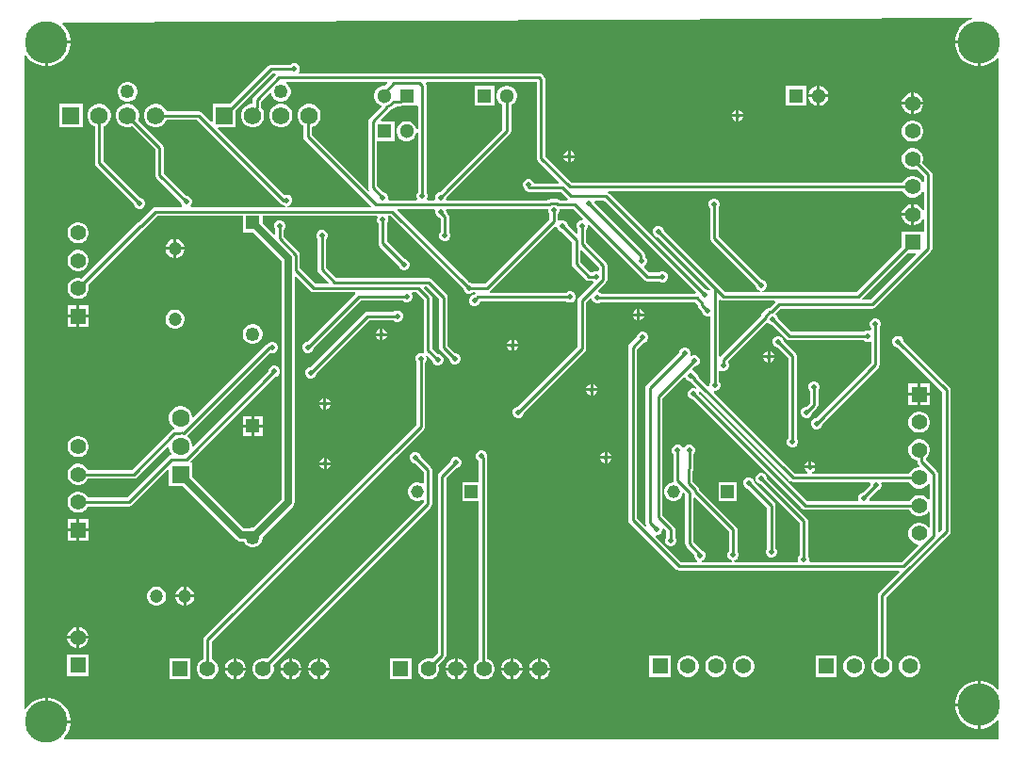
<source format=gbl>
G04*
G04 #@! TF.GenerationSoftware,Altium Limited,Altium Designer,22.1.2 (22)*
G04*
G04 Layer_Physical_Order=2*
G04 Layer_Color=16711680*
%FSLAX25Y25*%
%MOIN*%
G70*
G04*
G04 #@! TF.SameCoordinates,791223F6-2876-430F-897D-041DB45C5482*
G04*
G04*
G04 #@! TF.FilePolarity,Positive*
G04*
G01*
G75*
%ADD14C,0.01000*%
%ADD21C,0.04921*%
%ADD22C,0.06181*%
%ADD23R,0.06181X0.06181*%
%ADD26C,0.05512*%
%ADD27R,0.05512X0.05512*%
%ADD28C,0.05118*%
%ADD29R,0.05118X0.05118*%
%ADD30R,0.04921X0.04921*%
%ADD32R,0.05512X0.05512*%
%ADD40C,0.02500*%
%ADD43R,0.04547X0.04547*%
%ADD44C,0.04547*%
%ADD45C,0.04724*%
%ADD46R,0.06299X0.06299*%
%ADD47C,0.06299*%
%ADD48C,0.15000*%
%ADD49C,0.02000*%
%ADD50C,0.01000*%
G36*
X337004Y257317D02*
X336826Y257281D01*
X335279Y256641D01*
X333887Y255710D01*
X332703Y254526D01*
X331773Y253134D01*
X331132Y251587D01*
X330806Y249945D01*
Y249608D01*
X339306D01*
Y249108D01*
X339806D01*
Y240608D01*
X340143D01*
X341785Y240935D01*
X343332Y241575D01*
X344724Y242506D01*
X345806Y243587D01*
X346306Y243442D01*
Y20274D01*
X345806Y20129D01*
X344724Y21210D01*
X343332Y22141D01*
X341785Y22781D01*
X340143Y23108D01*
X339806D01*
Y14608D01*
Y6108D01*
X340143D01*
X341785Y6435D01*
X343332Y7075D01*
X344724Y8006D01*
X345806Y9087D01*
X346306Y8942D01*
Y2358D01*
X15730D01*
X15538Y2820D01*
X15908Y3190D01*
X16838Y4582D01*
X17479Y6129D01*
X17806Y7771D01*
Y8108D01*
X9306D01*
Y8608D01*
X8806D01*
Y17108D01*
X8468D01*
X6826Y16781D01*
X5279Y16141D01*
X3887Y15210D01*
X2703Y14026D01*
X2056Y13057D01*
X1556Y13209D01*
Y244507D01*
X2056Y244659D01*
X2703Y243690D01*
X3887Y242506D01*
X5279Y241575D01*
X6826Y240935D01*
X8468Y240608D01*
X8806D01*
Y249108D01*
X9306D01*
Y249608D01*
X17806D01*
Y249945D01*
X17479Y251587D01*
X16838Y253134D01*
X15908Y254526D01*
X14998Y255436D01*
X15204Y255938D01*
X336954Y257817D01*
X337004Y257317D01*
D02*
G37*
%LPC*%
G36*
X338806Y248608D02*
X330806D01*
Y248271D01*
X331132Y246629D01*
X331773Y245082D01*
X332703Y243690D01*
X333887Y242506D01*
X335279Y241575D01*
X336826Y240935D01*
X338468Y240608D01*
X338806D01*
Y248608D01*
D02*
G37*
G36*
X17806D02*
X9806D01*
Y240608D01*
X10143D01*
X11785Y240935D01*
X13332Y241575D01*
X14724Y242506D01*
X15908Y243690D01*
X16838Y245082D01*
X17479Y246629D01*
X17806Y248271D01*
Y248608D01*
D02*
G37*
G36*
X282989Y233659D02*
Y230608D01*
X286039D01*
X285805Y231482D01*
X285337Y232293D01*
X284674Y232956D01*
X283862Y233424D01*
X282989Y233659D01*
D02*
G37*
G36*
X281989D02*
X281115Y233424D01*
X280303Y232956D01*
X279641Y232293D01*
X279172Y231482D01*
X278938Y230608D01*
X281989D01*
Y233659D01*
D02*
G37*
G36*
X38478Y235073D02*
X37567D01*
X36687Y234837D01*
X35898Y234381D01*
X35254Y233737D01*
X34798Y232948D01*
X34562Y232068D01*
Y231156D01*
X34798Y230276D01*
X35254Y229487D01*
X35898Y228843D01*
X36687Y228387D01*
X37567Y228151D01*
X38478D01*
X39359Y228387D01*
X40148Y228843D01*
X40792Y229487D01*
X41248Y230276D01*
X41484Y231156D01*
Y232068D01*
X41248Y232948D01*
X40792Y233737D01*
X40148Y234381D01*
X39359Y234837D01*
X38478Y235073D01*
D02*
G37*
G36*
X316306Y231209D02*
Y227954D01*
X319560D01*
X319305Y228904D01*
X318811Y229761D01*
X318112Y230460D01*
X317255Y230954D01*
X316306Y231209D01*
D02*
G37*
G36*
X315306D02*
X314356Y230954D01*
X313499Y230460D01*
X312800Y229761D01*
X312306Y228904D01*
X312051Y227954D01*
X315306D01*
Y231209D01*
D02*
G37*
G36*
X286039Y229608D02*
X282989D01*
Y226557D01*
X283862Y226792D01*
X284674Y227260D01*
X285337Y227923D01*
X285805Y228734D01*
X286039Y229608D01*
D02*
G37*
G36*
X281989D02*
X278938D01*
X279172Y228734D01*
X279641Y227923D01*
X280303Y227260D01*
X281115Y226792D01*
X281989Y226557D01*
Y229608D01*
D02*
G37*
G36*
X278174Y233667D02*
X271056D01*
Y226549D01*
X278174D01*
Y233667D01*
D02*
G37*
G36*
X319560Y226954D02*
X316306D01*
Y223700D01*
X317255Y223955D01*
X318112Y224449D01*
X318811Y225148D01*
X319305Y226005D01*
X319560Y226954D01*
D02*
G37*
G36*
X315306D02*
X312051D01*
X312306Y226005D01*
X312800Y225148D01*
X313499Y224449D01*
X314356Y223955D01*
X315306Y223700D01*
Y226954D01*
D02*
G37*
G36*
X254306Y225066D02*
Y223608D01*
X255763D01*
X255501Y224241D01*
X254939Y224803D01*
X254306Y225066D01*
D02*
G37*
G36*
X253306D02*
X252673Y224803D01*
X252110Y224241D01*
X251848Y223608D01*
X253306D01*
Y225066D01*
D02*
G37*
G36*
X255763Y222608D02*
X254306D01*
Y221150D01*
X254939Y221412D01*
X255501Y221975D01*
X255763Y222608D01*
D02*
G37*
G36*
X253306D02*
X251848D01*
X252110Y221975D01*
X252673Y221412D01*
X253306Y221150D01*
Y222608D01*
D02*
G37*
G36*
X97464Y241655D02*
X96668D01*
X95933Y241351D01*
X95767Y241185D01*
X88853D01*
X88267Y241068D01*
X87771Y240737D01*
X74233Y227199D01*
X68215D01*
Y221015D01*
X67753Y220823D01*
X64387Y224189D01*
X63891Y224521D01*
X63305Y224637D01*
X51848D01*
X51835Y224687D01*
X51296Y225620D01*
X50535Y226381D01*
X49602Y226920D01*
X48561Y227199D01*
X47484D01*
X46444Y226920D01*
X45511Y226381D01*
X44750Y225620D01*
X44211Y224687D01*
X43932Y223646D01*
Y222569D01*
X44211Y221529D01*
X44750Y220596D01*
X45511Y219835D01*
X46444Y219296D01*
X47484Y219018D01*
X48561D01*
X49602Y219296D01*
X50535Y219835D01*
X51296Y220596D01*
X51835Y221529D01*
X51848Y221579D01*
X62672D01*
X92168Y192083D01*
X92664Y191751D01*
X92946Y191695D01*
X93173Y191469D01*
X93908Y191164D01*
X93837Y190694D01*
X60427D01*
X60220Y191194D01*
X60501Y191475D01*
X60806Y192210D01*
Y193006D01*
X60501Y193741D01*
X59939Y194304D01*
X59203Y194608D01*
X58968D01*
X50835Y202742D01*
Y211825D01*
X50718Y212411D01*
X50387Y212907D01*
X41809Y221485D01*
X41835Y221529D01*
X42113Y222569D01*
Y223646D01*
X41835Y224687D01*
X41296Y225620D01*
X40535Y226381D01*
X39602Y226920D01*
X38561Y227199D01*
X37484D01*
X36444Y226920D01*
X35511Y226381D01*
X34750Y225620D01*
X34211Y224687D01*
X33932Y223646D01*
Y222569D01*
X34211Y221529D01*
X34750Y220596D01*
X35511Y219835D01*
X36444Y219296D01*
X37484Y219018D01*
X38561D01*
X39602Y219296D01*
X39646Y219322D01*
X47776Y211192D01*
Y202108D01*
X47893Y201523D01*
X48224Y201027D01*
X56806Y192445D01*
Y192210D01*
X57110Y191475D01*
X57391Y191194D01*
X57184Y190694D01*
X47948D01*
X47362Y190577D01*
X46866Y190246D01*
X42149Y185528D01*
X42112Y185521D01*
X41616Y185189D01*
X21938Y165512D01*
X21072Y165744D01*
X20083D01*
X19128Y165488D01*
X18271Y164993D01*
X17572Y164294D01*
X17077Y163438D01*
X16821Y162482D01*
Y161493D01*
X17077Y160538D01*
X17572Y159682D01*
X18271Y158982D01*
X19128Y158488D01*
X20083Y158232D01*
X21072D01*
X22027Y158488D01*
X22883Y158982D01*
X23583Y159682D01*
X24077Y160538D01*
X24333Y161493D01*
Y162482D01*
X24101Y163349D01*
X43440Y182688D01*
X43477Y182695D01*
X43973Y183027D01*
X48581Y187635D01*
X78845D01*
Y181743D01*
X82522D01*
X92511Y171754D01*
Y87280D01*
X82522Y77291D01*
X81850D01*
X80970Y77055D01*
X80637Y76863D01*
X79295D01*
X60955Y95203D01*
Y100258D01*
X60582D01*
X60375Y100758D01*
X90161Y130544D01*
X90396D01*
X91131Y130848D01*
X91694Y131411D01*
X91998Y132146D01*
Y132941D01*
X91694Y133677D01*
X91131Y134239D01*
X90396Y134544D01*
X89600D01*
X88865Y134239D01*
X88303Y133677D01*
X87998Y132941D01*
Y132707D01*
X61417Y106125D01*
X60955Y106317D01*
Y106654D01*
X60672Y107710D01*
X60126Y108656D01*
X59465Y109317D01*
X59390Y109768D01*
X59412Y109972D01*
X88636Y139196D01*
X88908Y139084D01*
X89703D01*
X90438Y139388D01*
X91001Y139951D01*
X91306Y140686D01*
Y141481D01*
X91001Y142217D01*
X90438Y142779D01*
X89703Y143084D01*
X88908D01*
X88173Y142779D01*
X87919Y142525D01*
X87776Y142497D01*
X87279Y142165D01*
X61417Y116303D01*
X60955Y116494D01*
Y116654D01*
X60672Y117710D01*
X60126Y118656D01*
X59354Y119429D01*
X58407Y119975D01*
X57352Y120258D01*
X56259D01*
X55204Y119975D01*
X54258Y119429D01*
X53485Y118656D01*
X52939Y117710D01*
X52656Y116654D01*
Y115562D01*
X52939Y114506D01*
X53485Y113560D01*
X54258Y112787D01*
X54559Y112613D01*
X54472Y112086D01*
X54145Y112021D01*
X53649Y111689D01*
X39661Y97702D01*
X24031D01*
X23583Y98479D01*
X22883Y99178D01*
X22027Y99673D01*
X21072Y99929D01*
X20083D01*
X19128Y99673D01*
X18271Y99178D01*
X17572Y98479D01*
X17077Y97623D01*
X16821Y96667D01*
Y95678D01*
X17077Y94723D01*
X17572Y93867D01*
X18271Y93167D01*
X19128Y92673D01*
X20083Y92417D01*
X21072D01*
X22027Y92673D01*
X22883Y93167D01*
X23583Y93867D01*
X24031Y94643D01*
X40295D01*
X40880Y94760D01*
X41376Y95091D01*
X52194Y105909D01*
X52656Y105718D01*
Y105562D01*
X52939Y104506D01*
X53485Y103560D01*
X53579Y103466D01*
X53414Y102924D01*
X53150Y102871D01*
X52654Y102540D01*
X37974Y87860D01*
X24031D01*
X23583Y88636D01*
X22883Y89336D01*
X22027Y89830D01*
X21072Y90086D01*
X20083D01*
X19128Y89830D01*
X18271Y89336D01*
X17572Y88636D01*
X17077Y87780D01*
X16821Y86825D01*
Y85836D01*
X17077Y84881D01*
X17572Y84024D01*
X18271Y83325D01*
X19128Y82830D01*
X20083Y82574D01*
X21072D01*
X22027Y82830D01*
X22883Y83325D01*
X23583Y84024D01*
X24031Y84801D01*
X38607D01*
X39193Y84917D01*
X39689Y85249D01*
X52194Y97754D01*
X52656Y97563D01*
Y91958D01*
X57711D01*
X76723Y72946D01*
X77467Y72449D01*
X78345Y72275D01*
X79208D01*
X79536Y71705D01*
X80181Y71061D01*
X80970Y70605D01*
X81850Y70370D01*
X82761D01*
X83641Y70605D01*
X84430Y71061D01*
X85075Y71705D01*
X85530Y72495D01*
X85766Y73375D01*
Y74047D01*
X96428Y84708D01*
X96925Y85452D01*
X97100Y86330D01*
Y165998D01*
X97562Y166189D01*
X102724Y161027D01*
X103220Y160695D01*
X103806Y160579D01*
X118453D01*
X118501Y160516D01*
X118638Y160079D01*
X101643Y143084D01*
X101408D01*
X100673Y142779D01*
X100110Y142217D01*
X99806Y141481D01*
Y140686D01*
X100110Y139951D01*
X100673Y139388D01*
X101408Y139084D01*
X102203D01*
X102938Y139388D01*
X103501Y139951D01*
X103806Y140686D01*
Y140921D01*
X120463Y157579D01*
X135506D01*
X135673Y157413D01*
X136408Y157108D01*
X137203D01*
X137938Y157413D01*
X138501Y157975D01*
X138806Y158710D01*
Y159506D01*
X138568Y160079D01*
X138817Y160579D01*
X140172D01*
X142776Y157975D01*
Y140108D01*
X142893Y139523D01*
X143040Y139303D01*
X142708Y138899D01*
X142203Y139108D01*
X141408D01*
X140673Y138804D01*
X140110Y138241D01*
X139806Y137506D01*
Y136710D01*
X140110Y135975D01*
X140276Y135809D01*
Y113742D01*
X65224Y38689D01*
X64893Y38193D01*
X64776Y37608D01*
Y30752D01*
X64079Y30350D01*
X63380Y29650D01*
X62885Y28794D01*
X62629Y27839D01*
Y26850D01*
X62885Y25894D01*
X63380Y25038D01*
X64079Y24339D01*
X64936Y23844D01*
X65891Y23588D01*
X66880D01*
X67835Y23844D01*
X68691Y24339D01*
X69391Y25038D01*
X69885Y25894D01*
X70141Y26850D01*
Y27839D01*
X69885Y28794D01*
X69391Y29650D01*
X68691Y30350D01*
X67835Y30844D01*
X67835Y30844D01*
Y36974D01*
X142887Y112027D01*
X143219Y112523D01*
X143335Y113108D01*
Y135809D01*
X143501Y135975D01*
X143806Y136710D01*
Y137506D01*
X143641Y137902D01*
X144065Y138185D01*
X145806Y136445D01*
Y136210D01*
X146110Y135475D01*
X146673Y134913D01*
X147408Y134608D01*
X148203D01*
X148939Y134913D01*
X149501Y135475D01*
X149806Y136210D01*
Y137006D01*
X149501Y137741D01*
X148939Y138303D01*
X148203Y138608D01*
X147968D01*
X145835Y140742D01*
Y158608D01*
X145719Y159193D01*
X145387Y159689D01*
X142960Y162117D01*
X143151Y162579D01*
X143915D01*
X148276Y158217D01*
Y141108D01*
X148393Y140523D01*
X148724Y140027D01*
X151806Y136945D01*
Y136710D01*
X152110Y135975D01*
X152673Y135413D01*
X153408Y135108D01*
X154203D01*
X154938Y135413D01*
X155501Y135975D01*
X155806Y136710D01*
Y137506D01*
X155501Y138241D01*
X154938Y138804D01*
X154203Y139108D01*
X153969D01*
X151335Y141742D01*
Y158851D01*
X151218Y159436D01*
X150887Y159932D01*
X145630Y165189D01*
X145133Y165521D01*
X144548Y165637D01*
X111939D01*
X108335Y169241D01*
Y179309D01*
X108501Y179475D01*
X108806Y180210D01*
Y181006D01*
X108501Y181741D01*
X107939Y182304D01*
X107203Y182608D01*
X106408D01*
X105673Y182304D01*
X105110Y181741D01*
X104806Y181006D01*
Y180210D01*
X105110Y179475D01*
X105276Y179309D01*
Y168608D01*
X105393Y168023D01*
X105724Y167527D01*
X109151Y164099D01*
X108960Y163637D01*
X104439D01*
X99085Y168991D01*
Y173843D01*
X98968Y174428D01*
X98637Y174924D01*
X93335Y180226D01*
Y182809D01*
X93501Y182975D01*
X93806Y183710D01*
Y184506D01*
X93501Y185241D01*
X92939Y185803D01*
X92203Y186108D01*
X91408D01*
X90673Y185803D01*
X90110Y185241D01*
X89806Y184506D01*
Y183710D01*
X90110Y182975D01*
X90276Y182809D01*
Y181131D01*
X89814Y180939D01*
X85766Y184987D01*
Y187635D01*
X126255D01*
X126534Y187135D01*
X126319Y186614D01*
Y185819D01*
X126623Y185084D01*
X126789Y184917D01*
Y177916D01*
X126906Y177331D01*
X127237Y176835D01*
X133895Y170177D01*
Y169942D01*
X134199Y169207D01*
X134762Y168644D01*
X135497Y168340D01*
X136293D01*
X137028Y168644D01*
X137590Y169207D01*
X137895Y169942D01*
Y170738D01*
X137590Y171473D01*
X137028Y172035D01*
X136293Y172340D01*
X136058D01*
X129848Y178550D01*
Y184917D01*
X130014Y185084D01*
X130319Y185819D01*
Y186614D01*
X130103Y187135D01*
X130382Y187635D01*
X131116D01*
X156806Y161945D01*
Y161710D01*
X157110Y160975D01*
X157673Y160413D01*
X158408Y160108D01*
X159203D01*
X159939Y160413D01*
X160105Y160579D01*
X161027D01*
X161179Y160079D01*
X160981Y159946D01*
X160643Y159608D01*
X160408D01*
X159673Y159303D01*
X159110Y158741D01*
X158806Y158006D01*
Y157210D01*
X159110Y156475D01*
X159673Y155912D01*
X160408Y155608D01*
X161203D01*
X161939Y155912D01*
X162501Y156475D01*
X162806Y157210D01*
Y157335D01*
X193369D01*
X193535Y157169D01*
X194270Y156865D01*
X195065D01*
X195800Y157169D01*
X196363Y157732D01*
X196668Y158467D01*
Y159263D01*
X196363Y159998D01*
X195800Y160560D01*
X195065Y160865D01*
X194270D01*
X193535Y160560D01*
X193369Y160394D01*
X166341D01*
X166189Y160894D01*
X166387Y161027D01*
X189344Y183983D01*
X189806Y183792D01*
Y183710D01*
X190110Y182975D01*
X190673Y182413D01*
X191408Y182108D01*
X191643D01*
X195276Y178474D01*
Y170608D01*
X195393Y170023D01*
X195724Y169527D01*
X200224Y165027D01*
X200720Y164695D01*
X201306Y164579D01*
X202471D01*
X202637Y164412D01*
X202794Y164347D01*
X202892Y163857D01*
X197724Y158689D01*
X197393Y158193D01*
X197276Y157608D01*
Y141242D01*
X176143Y120108D01*
X175908D01*
X175173Y119804D01*
X174610Y119241D01*
X174306Y118506D01*
Y117710D01*
X174610Y116975D01*
X175173Y116412D01*
X175908Y116108D01*
X176703D01*
X177438Y116412D01*
X178001Y116975D01*
X178306Y117710D01*
Y117945D01*
X199887Y139527D01*
X200219Y140023D01*
X200335Y140608D01*
Y156974D01*
X201844Y158483D01*
X202306Y158292D01*
Y158210D01*
X202610Y157475D01*
X203173Y156913D01*
X203908Y156608D01*
X204703D01*
X205438Y156913D01*
X205605Y157079D01*
X238901D01*
X239795Y156185D01*
Y156089D01*
X239912Y155504D01*
X240243Y155008D01*
X241306Y153945D01*
Y153710D01*
X241610Y152975D01*
X242173Y152412D01*
X242908Y152108D01*
X243703D01*
X243860Y152173D01*
X244276Y151895D01*
Y128907D01*
X244110Y128741D01*
X243806Y128006D01*
Y127478D01*
X243306Y127271D01*
X240184Y130393D01*
X240200Y130473D01*
X240083Y131058D01*
X239752Y131554D01*
X239255Y131886D01*
X239139Y131909D01*
X239001Y132241D01*
X238439Y132803D01*
X238067Y132957D01*
X237950Y133547D01*
X238652Y134248D01*
X238886D01*
X239622Y134553D01*
X240184Y135116D01*
X240489Y135851D01*
Y136646D01*
X240184Y137381D01*
X239622Y137944D01*
X238886Y138249D01*
X238091D01*
X237565Y138031D01*
X237183Y138414D01*
X237306Y138710D01*
Y139506D01*
X237001Y140241D01*
X236438Y140804D01*
X235703Y141108D01*
X234908D01*
X234173Y140804D01*
X233610Y140241D01*
X233306Y139506D01*
Y139271D01*
X221724Y127689D01*
X221393Y127193D01*
X221276Y126608D01*
Y79108D01*
X221393Y78523D01*
X221658Y78126D01*
X221270Y77807D01*
X218342Y80734D01*
Y140481D01*
X220468Y142608D01*
X220703D01*
X221439Y142912D01*
X222001Y143475D01*
X222306Y144210D01*
Y145006D01*
X222001Y145741D01*
X221439Y146303D01*
X220703Y146608D01*
X219908D01*
X219173Y146303D01*
X218610Y145741D01*
X218306Y145006D01*
Y144771D01*
X215731Y142197D01*
X215400Y141700D01*
X215283Y141115D01*
Y80101D01*
X215400Y79516D01*
X215731Y79019D01*
X232231Y62520D01*
X232727Y62188D01*
X233313Y62072D01*
X310953D01*
X311144Y61610D01*
X303897Y54363D01*
X303566Y53866D01*
X303449Y53281D01*
Y31684D01*
X302673Y31236D01*
X301973Y30536D01*
X301479Y29680D01*
X301223Y28725D01*
Y27736D01*
X301479Y26780D01*
X301973Y25924D01*
X302673Y25225D01*
X303529Y24730D01*
X304484Y24474D01*
X305473D01*
X306429Y24730D01*
X307285Y25225D01*
X307984Y25924D01*
X308479Y26780D01*
X308735Y27736D01*
Y28725D01*
X308479Y29680D01*
X307984Y30536D01*
X307285Y31236D01*
X306508Y31684D01*
Y52648D01*
X314244Y60383D01*
X314448Y60519D01*
X328887Y74959D01*
X329219Y75455D01*
X329335Y76040D01*
Y126043D01*
X329219Y126629D01*
X328887Y127125D01*
X312680Y143332D01*
Y143567D01*
X312375Y144302D01*
X311812Y144865D01*
X311077Y145169D01*
X310282D01*
X309547Y144865D01*
X308984Y144302D01*
X308680Y143567D01*
Y142772D01*
X308984Y142037D01*
X309547Y141474D01*
X310282Y141170D01*
X310517D01*
X326276Y125410D01*
Y76674D01*
X325297Y75695D01*
X324835Y75886D01*
Y96419D01*
X324718Y97004D01*
X324387Y97500D01*
X320560Y101327D01*
Y101858D01*
X321173Y102471D01*
X321668Y103328D01*
X321924Y104283D01*
Y105272D01*
X321668Y106227D01*
X321173Y107083D01*
X320474Y107783D01*
X319618Y108277D01*
X318662Y108533D01*
X317673D01*
X316718Y108277D01*
X315862Y107783D01*
X315162Y107083D01*
X314668Y106227D01*
X314412Y105272D01*
Y104283D01*
X314668Y103328D01*
X315162Y102471D01*
X315862Y101772D01*
X316718Y101277D01*
X317502Y101067D01*
Y100693D01*
X317618Y100108D01*
X317950Y99612D01*
X318371Y99191D01*
X318163Y98691D01*
X317673D01*
X316718Y98435D01*
X315862Y97940D01*
X315162Y97241D01*
X314714Y96464D01*
X280386D01*
X280286Y96964D01*
X280592Y97091D01*
X281154Y97653D01*
X281417Y98286D01*
X277501D01*
X277763Y97653D01*
X278326Y97091D01*
X278631Y96964D01*
X278532Y96464D01*
X274112D01*
X245468Y125108D01*
X245676Y125608D01*
X246203D01*
X246938Y125912D01*
X247501Y126475D01*
X247806Y127210D01*
Y128006D01*
X247501Y128741D01*
X247335Y128907D01*
Y132747D01*
X247835Y132995D01*
X248408Y132758D01*
X249203D01*
X249939Y133062D01*
X250501Y133625D01*
X250806Y134360D01*
Y135155D01*
X250501Y135890D01*
X250376Y136016D01*
X264381Y150021D01*
X264610Y149975D01*
X265173Y149413D01*
X265908Y149108D01*
X266143D01*
X271224Y144027D01*
X271720Y143695D01*
X272306Y143579D01*
X298506D01*
X298673Y143412D01*
X299408Y143108D01*
X300203D01*
X300645Y143291D01*
X301146Y142966D01*
Y135611D01*
X281643Y116108D01*
X281408D01*
X280673Y115804D01*
X280110Y115241D01*
X279806Y114506D01*
Y113710D01*
X280110Y112975D01*
X280673Y112413D01*
X281408Y112108D01*
X282203D01*
X282939Y112413D01*
X283501Y112975D01*
X283806Y113710D01*
Y113945D01*
X303756Y133896D01*
X304088Y134392D01*
X304204Y134977D01*
Y148074D01*
X304370Y148240D01*
X304675Y148975D01*
Y149771D01*
X304370Y150506D01*
X303808Y151068D01*
X303073Y151373D01*
X302277D01*
X301542Y151068D01*
X300979Y150506D01*
X300675Y149771D01*
Y148975D01*
X300979Y148240D01*
X301146Y148074D01*
Y147250D01*
X300645Y146925D01*
X300203Y147108D01*
X299408D01*
X298673Y146803D01*
X298506Y146637D01*
X272939D01*
X268306Y151271D01*
Y151506D01*
X268001Y152241D01*
X267439Y152804D01*
X267393Y153033D01*
X269163Y154803D01*
X301529D01*
X302114Y154919D01*
X302610Y155251D01*
X322387Y175027D01*
X322719Y175523D01*
X322835Y176109D01*
Y202269D01*
X322719Y202855D01*
X322387Y203351D01*
X319329Y206409D01*
X319562Y207275D01*
Y208264D01*
X319305Y209219D01*
X318811Y210076D01*
X318112Y210775D01*
X317255Y211269D01*
X316300Y211525D01*
X315311D01*
X314356Y211269D01*
X313499Y210775D01*
X312800Y210076D01*
X312306Y209219D01*
X312050Y208264D01*
Y207275D01*
X312306Y206320D01*
X312800Y205463D01*
X313499Y204764D01*
X314356Y204270D01*
X315311Y204013D01*
X316300D01*
X317166Y204246D01*
X319776Y201636D01*
Y199715D01*
X319710Y199672D01*
X319042Y199832D01*
X318811Y200233D01*
X318112Y200932D01*
X317255Y201427D01*
X316300Y201683D01*
X315311D01*
X314356Y201427D01*
X313499Y200932D01*
X312800Y200233D01*
X312352Y199456D01*
X195120D01*
X185835Y208741D01*
Y235936D01*
X185719Y236522D01*
X185387Y237018D01*
X184801Y237604D01*
X184305Y237935D01*
X183720Y238052D01*
X98944D01*
X98752Y238513D01*
X98761Y238522D01*
X99066Y239257D01*
Y240053D01*
X98761Y240788D01*
X98199Y241351D01*
X97464Y241655D01*
D02*
G37*
G36*
X22113Y227199D02*
X13932D01*
Y219018D01*
X22113D01*
Y227199D01*
D02*
G37*
G36*
X316300Y221368D02*
X315311D01*
X314356Y221112D01*
X313499Y220617D01*
X312800Y219918D01*
X312306Y219062D01*
X312050Y218106D01*
Y217118D01*
X312306Y216162D01*
X312800Y215306D01*
X313499Y214606D01*
X314356Y214112D01*
X315311Y213856D01*
X316300D01*
X317255Y214112D01*
X318112Y214606D01*
X318811Y215306D01*
X319305Y216162D01*
X319562Y217118D01*
Y218106D01*
X319305Y219062D01*
X318811Y219918D01*
X318112Y220617D01*
X317255Y221112D01*
X316300Y221368D01*
D02*
G37*
G36*
X194806Y210566D02*
Y209108D01*
X196263D01*
X196001Y209741D01*
X195439Y210303D01*
X194806Y210566D01*
D02*
G37*
G36*
X193806D02*
X193173Y210303D01*
X192610Y209741D01*
X192348Y209108D01*
X193806D01*
Y210566D01*
D02*
G37*
G36*
X196263Y208108D02*
X194806D01*
Y206650D01*
X195439Y206912D01*
X196001Y207475D01*
X196263Y208108D01*
D02*
G37*
G36*
X193806D02*
X192348D01*
X192610Y207475D01*
X193173Y206912D01*
X193806Y206650D01*
Y208108D01*
D02*
G37*
G36*
X28561Y227199D02*
X27484D01*
X26444Y226920D01*
X25511Y226381D01*
X24750Y225620D01*
X24211Y224687D01*
X23932Y223646D01*
Y222569D01*
X24211Y221529D01*
X24750Y220596D01*
X25511Y219835D01*
X26444Y219296D01*
X26493Y219283D01*
Y206391D01*
X26610Y205805D01*
X26941Y205309D01*
X40306Y191945D01*
Y191710D01*
X40610Y190975D01*
X41173Y190412D01*
X41908Y190108D01*
X42703D01*
X43439Y190412D01*
X44001Y190975D01*
X44306Y191710D01*
Y192506D01*
X44001Y193241D01*
X43439Y193804D01*
X42703Y194108D01*
X42469D01*
X29552Y207024D01*
Y219283D01*
X29602Y219296D01*
X30535Y219835D01*
X31296Y220596D01*
X31835Y221529D01*
X32113Y222569D01*
Y223646D01*
X31835Y224687D01*
X31296Y225620D01*
X30535Y226381D01*
X29602Y226920D01*
X28561Y227199D01*
D02*
G37*
G36*
X21072Y185429D02*
X20083D01*
X19128Y185173D01*
X18271Y184678D01*
X17572Y183979D01*
X17077Y183123D01*
X16821Y182167D01*
Y181178D01*
X17077Y180223D01*
X17572Y179367D01*
X18271Y178667D01*
X19128Y178173D01*
X20083Y177917D01*
X21072D01*
X22027Y178173D01*
X22883Y178667D01*
X23583Y179367D01*
X24077Y180223D01*
X24333Y181178D01*
Y182167D01*
X24077Y183123D01*
X23583Y183979D01*
X22883Y184678D01*
X22027Y185173D01*
X21072Y185429D01*
D02*
G37*
G36*
X55306Y179455D02*
Y176608D01*
X58152D01*
X57939Y177406D01*
X57496Y178172D01*
X56870Y178798D01*
X56103Y179241D01*
X55306Y179455D01*
D02*
G37*
G36*
X54306D02*
X53508Y179241D01*
X52741Y178798D01*
X52115Y178172D01*
X51673Y177406D01*
X51459Y176608D01*
X54306D01*
Y179455D01*
D02*
G37*
G36*
X58152Y175608D02*
X55306D01*
Y172761D01*
X56103Y172975D01*
X56870Y173418D01*
X57496Y174044D01*
X57939Y174810D01*
X58152Y175608D01*
D02*
G37*
G36*
X54306D02*
X51459D01*
X51673Y174810D01*
X52115Y174044D01*
X52741Y173418D01*
X53508Y172975D01*
X54306Y172761D01*
Y175608D01*
D02*
G37*
G36*
X21072Y175586D02*
X20083D01*
X19128Y175330D01*
X18271Y174836D01*
X17572Y174137D01*
X17077Y173280D01*
X16821Y172325D01*
Y171336D01*
X17077Y170381D01*
X17572Y169524D01*
X18271Y168825D01*
X19128Y168330D01*
X20083Y168075D01*
X21072D01*
X22027Y168330D01*
X22883Y168825D01*
X23583Y169524D01*
X24077Y170381D01*
X24333Y171336D01*
Y172325D01*
X24077Y173280D01*
X23583Y174137D01*
X22883Y174836D01*
X22027Y175330D01*
X21072Y175586D01*
D02*
G37*
G36*
X219306Y154566D02*
Y153108D01*
X220763D01*
X220501Y153741D01*
X219938Y154304D01*
X219306Y154566D01*
D02*
G37*
G36*
X218306D02*
X217673Y154304D01*
X217110Y153741D01*
X216848Y153108D01*
X218306D01*
Y154566D01*
D02*
G37*
G36*
X24333Y155901D02*
X21077D01*
Y152645D01*
X24333D01*
Y155901D01*
D02*
G37*
G36*
X20077D02*
X16821D01*
Y152645D01*
X20077D01*
Y155901D01*
D02*
G37*
G36*
X220763Y152108D02*
X219306D01*
Y150650D01*
X219938Y150912D01*
X220501Y151475D01*
X220763Y152108D01*
D02*
G37*
G36*
X218306D02*
X216848D01*
X217110Y151475D01*
X217673Y150912D01*
X218306Y150650D01*
Y152108D01*
D02*
G37*
G36*
X133950Y154168D02*
X133155D01*
X132420Y153863D01*
X132254Y153697D01*
X122865D01*
X122280Y153581D01*
X121784Y153249D01*
X102643Y134108D01*
X102408D01*
X101673Y133803D01*
X101110Y133241D01*
X100806Y132506D01*
Y131710D01*
X101110Y130975D01*
X101673Y130412D01*
X102408Y130108D01*
X103203D01*
X103938Y130412D01*
X104501Y130975D01*
X104806Y131710D01*
Y131945D01*
X123499Y150638D01*
X132254D01*
X132420Y150472D01*
X133155Y150168D01*
X133950D01*
X134686Y150472D01*
X135248Y151035D01*
X135553Y151770D01*
Y152566D01*
X135248Y153301D01*
X134686Y153863D01*
X133950Y154168D01*
D02*
G37*
G36*
X24333Y151645D02*
X21077D01*
Y148389D01*
X24333D01*
Y151645D01*
D02*
G37*
G36*
X20077D02*
X16821D01*
Y148389D01*
X20077D01*
Y151645D01*
D02*
G37*
G36*
X55248Y154470D02*
X54363D01*
X53508Y154241D01*
X52741Y153798D01*
X52115Y153172D01*
X51673Y152406D01*
X51443Y151551D01*
Y150665D01*
X51673Y149810D01*
X52115Y149044D01*
X52741Y148418D01*
X53508Y147975D01*
X54363Y147746D01*
X55248D01*
X56103Y147975D01*
X56870Y148418D01*
X57496Y149044D01*
X57939Y149810D01*
X58168Y150665D01*
Y151551D01*
X57939Y152406D01*
X57496Y153172D01*
X56870Y153798D01*
X56103Y154241D01*
X55248Y154470D01*
D02*
G37*
G36*
X128306Y147566D02*
Y146108D01*
X129763D01*
X129501Y146741D01*
X128938Y147303D01*
X128306Y147566D01*
D02*
G37*
G36*
X127306D02*
X126673Y147303D01*
X126110Y146741D01*
X125848Y146108D01*
X127306D01*
Y147566D01*
D02*
G37*
G36*
X129763Y145108D02*
X128306D01*
Y143650D01*
X128938Y143912D01*
X129501Y144475D01*
X129763Y145108D01*
D02*
G37*
G36*
X127306D02*
X125848D01*
X126110Y144475D01*
X126673Y143912D01*
X127306Y143650D01*
Y145108D01*
D02*
G37*
G36*
X82761Y149294D02*
X81850D01*
X80970Y149058D01*
X80181Y148603D01*
X79536Y147959D01*
X79081Y147169D01*
X78845Y146289D01*
Y145378D01*
X79081Y144498D01*
X79536Y143709D01*
X80181Y143064D01*
X80970Y142609D01*
X81850Y142373D01*
X82761D01*
X83641Y142609D01*
X84430Y143064D01*
X85075Y143709D01*
X85530Y144498D01*
X85766Y145378D01*
Y146289D01*
X85530Y147169D01*
X85075Y147959D01*
X84430Y148603D01*
X83641Y149058D01*
X82761Y149294D01*
D02*
G37*
G36*
X174844Y143784D02*
Y142326D01*
X176302D01*
X176039Y142959D01*
X175477Y143522D01*
X174844Y143784D01*
D02*
G37*
G36*
X173844D02*
X173211Y143522D01*
X172648Y142959D01*
X172386Y142326D01*
X173844D01*
Y143784D01*
D02*
G37*
G36*
X176302Y141326D02*
X174844D01*
Y139869D01*
X175477Y140131D01*
X176039Y140693D01*
X176302Y141326D01*
D02*
G37*
G36*
X173844D02*
X172386D01*
X172648Y140693D01*
X173211Y140131D01*
X173844Y139869D01*
Y141326D01*
D02*
G37*
G36*
X265468Y139699D02*
Y138241D01*
X266926D01*
X266663Y138874D01*
X266101Y139437D01*
X265468Y139699D01*
D02*
G37*
G36*
X264468D02*
X263835Y139437D01*
X263272Y138874D01*
X263010Y138241D01*
X264468D01*
Y139699D01*
D02*
G37*
G36*
X266926Y137241D02*
X265468D01*
Y135784D01*
X266101Y136046D01*
X266663Y136609D01*
X266926Y137241D01*
D02*
G37*
G36*
X264468D02*
X263010D01*
X263272Y136609D01*
X263835Y136046D01*
X264468Y135784D01*
Y137241D01*
D02*
G37*
G36*
X202806Y128066D02*
Y126608D01*
X204263D01*
X204001Y127241D01*
X203438Y127804D01*
X202806Y128066D01*
D02*
G37*
G36*
X201806D02*
X201173Y127804D01*
X200610Y127241D01*
X200348Y126608D01*
X201806D01*
Y128066D01*
D02*
G37*
G36*
X321924Y128218D02*
X318668D01*
Y124962D01*
X321924D01*
Y128218D01*
D02*
G37*
G36*
X317668D02*
X314412D01*
Y124962D01*
X317668D01*
Y128218D01*
D02*
G37*
G36*
X204263Y125608D02*
X202806D01*
Y124150D01*
X203438Y124413D01*
X204001Y124975D01*
X204263Y125608D01*
D02*
G37*
G36*
X201806D02*
X200348D01*
X200610Y124975D01*
X201173Y124413D01*
X201806Y124150D01*
Y125608D01*
D02*
G37*
G36*
X108306Y123066D02*
Y121608D01*
X109763D01*
X109501Y122241D01*
X108939Y122803D01*
X108306Y123066D01*
D02*
G37*
G36*
X107306D02*
X106673Y122803D01*
X106110Y122241D01*
X105848Y121608D01*
X107306D01*
Y123066D01*
D02*
G37*
G36*
X321924Y123962D02*
X318668D01*
Y120706D01*
X321924D01*
Y123962D01*
D02*
G37*
G36*
X317668D02*
X314412D01*
Y120706D01*
X317668D01*
Y123962D01*
D02*
G37*
G36*
X109763Y120608D02*
X108306D01*
Y119150D01*
X108939Y119413D01*
X109501Y119975D01*
X109763Y120608D01*
D02*
G37*
G36*
X107306D02*
X105848D01*
X106110Y119975D01*
X106673Y119413D01*
X107306Y119150D01*
Y120608D01*
D02*
G37*
G36*
X281385Y129122D02*
X280589D01*
X279854Y128817D01*
X279292Y128255D01*
X278987Y127520D01*
Y126724D01*
X279292Y125989D01*
X279458Y125823D01*
Y121423D01*
X278143Y120108D01*
X277908D01*
X277173Y119804D01*
X276610Y119241D01*
X276306Y118506D01*
Y117710D01*
X276610Y116975D01*
X277173Y116412D01*
X277908Y116108D01*
X278703D01*
X279438Y116412D01*
X280001Y116975D01*
X280306Y117710D01*
Y117945D01*
X282068Y119708D01*
X282400Y120204D01*
X282516Y120790D01*
Y125823D01*
X282682Y125989D01*
X282987Y126724D01*
Y127520D01*
X282682Y128255D01*
X282120Y128817D01*
X281385Y129122D01*
D02*
G37*
G36*
X85766Y116661D02*
X82806D01*
Y113700D01*
X85766D01*
Y116661D01*
D02*
G37*
G36*
X81806D02*
X78845D01*
Y113700D01*
X81806D01*
Y116661D01*
D02*
G37*
G36*
X318662Y118376D02*
X317673D01*
X316718Y118120D01*
X315862Y117625D01*
X315162Y116926D01*
X314668Y116069D01*
X314412Y115114D01*
Y114125D01*
X314668Y113170D01*
X315162Y112314D01*
X315862Y111614D01*
X316718Y111120D01*
X317673Y110864D01*
X318662D01*
X319618Y111120D01*
X320474Y111614D01*
X321173Y112314D01*
X321668Y113170D01*
X321924Y114125D01*
Y115114D01*
X321668Y116069D01*
X321173Y116926D01*
X320474Y117625D01*
X319618Y118120D01*
X318662Y118376D01*
D02*
G37*
G36*
X85766Y112700D02*
X82806D01*
Y109740D01*
X85766D01*
Y112700D01*
D02*
G37*
G36*
X81806D02*
X78845D01*
Y109740D01*
X81806D01*
Y112700D01*
D02*
G37*
G36*
X268703Y145108D02*
X267908D01*
X267173Y144804D01*
X266610Y144241D01*
X266306Y143506D01*
Y142710D01*
X266610Y141975D01*
X267173Y141412D01*
X267908Y141108D01*
X268143D01*
X271776Y137475D01*
Y108907D01*
X271610Y108741D01*
X271306Y108006D01*
Y107210D01*
X271610Y106475D01*
X272173Y105912D01*
X272908Y105608D01*
X273703D01*
X274439Y105912D01*
X275001Y106475D01*
X275306Y107210D01*
Y108006D01*
X275001Y108741D01*
X274835Y108907D01*
Y138108D01*
X274718Y138693D01*
X274387Y139189D01*
X270306Y143271D01*
Y143506D01*
X270001Y144241D01*
X269439Y144804D01*
X268703Y145108D01*
D02*
G37*
G36*
X207806Y104066D02*
Y102608D01*
X209263D01*
X209001Y103241D01*
X208438Y103804D01*
X207806Y104066D01*
D02*
G37*
G36*
X206806D02*
X206173Y103804D01*
X205610Y103241D01*
X205348Y102608D01*
X206806D01*
Y104066D01*
D02*
G37*
G36*
X21072Y109771D02*
X20083D01*
X19128Y109515D01*
X18271Y109021D01*
X17572Y108321D01*
X17077Y107465D01*
X16821Y106510D01*
Y105521D01*
X17077Y104566D01*
X17572Y103709D01*
X18271Y103010D01*
X19128Y102515D01*
X20083Y102259D01*
X21072D01*
X22027Y102515D01*
X22883Y103010D01*
X23583Y103709D01*
X24077Y104566D01*
X24333Y105521D01*
Y106510D01*
X24077Y107465D01*
X23583Y108321D01*
X22883Y109021D01*
X22027Y109515D01*
X21072Y109771D01*
D02*
G37*
G36*
X108449Y101932D02*
Y100475D01*
X109907D01*
X109644Y101108D01*
X109082Y101670D01*
X108449Y101932D01*
D02*
G37*
G36*
X107449D02*
X106816Y101670D01*
X106253Y101108D01*
X105991Y100475D01*
X107449D01*
Y101932D01*
D02*
G37*
G36*
X209263Y101608D02*
X207806D01*
Y100150D01*
X208438Y100412D01*
X209001Y100975D01*
X209263Y101608D01*
D02*
G37*
G36*
X206806D02*
X205348D01*
X205610Y100975D01*
X206173Y100412D01*
X206806Y100150D01*
Y101608D01*
D02*
G37*
G36*
X279959Y100744D02*
Y99286D01*
X281417D01*
X281154Y99919D01*
X280592Y100482D01*
X279959Y100744D01*
D02*
G37*
G36*
X278959D02*
X278326Y100482D01*
X277763Y99919D01*
X277501Y99286D01*
X278959D01*
Y100744D01*
D02*
G37*
G36*
X109907Y99475D02*
X108449D01*
Y98017D01*
X109082Y98279D01*
X109644Y98842D01*
X109907Y99475D01*
D02*
G37*
G36*
X107449D02*
X105991D01*
X106253Y98842D01*
X106816Y98279D01*
X107449Y98017D01*
Y99475D01*
D02*
G37*
G36*
X140203Y104108D02*
X139408D01*
X138673Y103804D01*
X138110Y103241D01*
X137806Y102506D01*
Y101710D01*
X138110Y100975D01*
X138673Y100412D01*
X139408Y100108D01*
X139643D01*
X142761Y96989D01*
Y93170D01*
X142261Y92881D01*
X141781Y93159D01*
X140948Y93382D01*
X140086D01*
X139253Y93159D01*
X138507Y92728D01*
X137898Y92118D01*
X137467Y91372D01*
X137243Y90539D01*
Y89677D01*
X137467Y88844D01*
X137898Y88098D01*
X138507Y87489D01*
X139253Y87058D01*
X140086Y86834D01*
X140948D01*
X141781Y87058D01*
X142261Y87335D01*
X142761Y87046D01*
Y86198D01*
X87431Y30868D01*
X86565Y31100D01*
X85576D01*
X84621Y30844D01*
X83764Y30350D01*
X83065Y29650D01*
X82570Y28794D01*
X82314Y27839D01*
Y26850D01*
X82570Y25894D01*
X83065Y25038D01*
X83764Y24339D01*
X84621Y23844D01*
X85576Y23588D01*
X86565D01*
X87520Y23844D01*
X88376Y24339D01*
X89076Y25038D01*
X89570Y25894D01*
X89826Y26850D01*
Y27839D01*
X89594Y28705D01*
X145372Y84483D01*
X145704Y84979D01*
X145820Y85565D01*
Y97623D01*
X145704Y98208D01*
X145372Y98704D01*
X141806Y102271D01*
Y102506D01*
X141501Y103241D01*
X140938Y103804D01*
X140203Y104108D01*
D02*
G37*
G36*
X24333Y80244D02*
X21077D01*
Y76988D01*
X24333D01*
Y80244D01*
D02*
G37*
G36*
X20077D02*
X16821D01*
Y76988D01*
X20077D01*
Y80244D01*
D02*
G37*
G36*
X24333Y75988D02*
X21077D01*
Y72732D01*
X24333D01*
Y75988D01*
D02*
G37*
G36*
X20077D02*
X16821D01*
Y72732D01*
X20077D01*
Y75988D01*
D02*
G37*
G36*
X58806Y56455D02*
Y53608D01*
X61652D01*
X61439Y54406D01*
X60996Y55172D01*
X60370Y55798D01*
X59603Y56241D01*
X58806Y56455D01*
D02*
G37*
G36*
X57806D02*
X57008Y56241D01*
X56241Y55798D01*
X55615Y55172D01*
X55172Y54406D01*
X54959Y53608D01*
X57806D01*
Y56455D01*
D02*
G37*
G36*
X61652Y52608D02*
X58806D01*
Y49761D01*
X59603Y49975D01*
X60370Y50418D01*
X60996Y51044D01*
X61439Y51810D01*
X61652Y52608D01*
D02*
G37*
G36*
X57806D02*
X54959D01*
X55172Y51810D01*
X55615Y51044D01*
X56241Y50418D01*
X57008Y49975D01*
X57806Y49761D01*
Y52608D01*
D02*
G37*
G36*
X48748Y56470D02*
X47863D01*
X47008Y56241D01*
X46241Y55798D01*
X45615Y55172D01*
X45173Y54406D01*
X44943Y53551D01*
Y52665D01*
X45173Y51810D01*
X45615Y51044D01*
X46241Y50418D01*
X47008Y49975D01*
X47863Y49746D01*
X48748D01*
X49603Y49975D01*
X50370Y50418D01*
X50996Y51044D01*
X51439Y51810D01*
X51668Y52665D01*
Y53551D01*
X51439Y54406D01*
X50996Y55172D01*
X50370Y55798D01*
X49603Y56241D01*
X48748Y56470D01*
D02*
G37*
G36*
X20930Y42122D02*
Y38868D01*
X24184D01*
X23930Y39818D01*
X23435Y40674D01*
X22736Y41373D01*
X21879Y41868D01*
X20930Y42122D01*
D02*
G37*
G36*
X19930D02*
X18980Y41868D01*
X18123Y41373D01*
X17424Y40674D01*
X16930Y39818D01*
X16675Y38868D01*
X19930D01*
Y42122D01*
D02*
G37*
G36*
X24184Y37868D02*
X20930D01*
Y34613D01*
X21879Y34868D01*
X22736Y35362D01*
X23435Y36062D01*
X23930Y36918D01*
X24184Y37868D01*
D02*
G37*
G36*
X19930D02*
X16675D01*
X16930Y36918D01*
X17424Y36062D01*
X18123Y35362D01*
X18980Y34868D01*
X19930Y34613D01*
Y37868D01*
D02*
G37*
G36*
X154546Y102339D02*
X153750D01*
X153015Y102034D01*
X152452Y101471D01*
X152148Y100736D01*
Y100501D01*
X148224Y96578D01*
X147893Y96082D01*
X147776Y95496D01*
Y32741D01*
X145903Y30868D01*
X145036Y31100D01*
X144047D01*
X143092Y30844D01*
X142236Y30350D01*
X141536Y29650D01*
X141042Y28794D01*
X140786Y27839D01*
Y26850D01*
X141042Y25894D01*
X141536Y25038D01*
X142236Y24339D01*
X143092Y23844D01*
X144047Y23588D01*
X145036D01*
X145992Y23844D01*
X146848Y24339D01*
X147547Y25038D01*
X148042Y25894D01*
X148298Y26850D01*
Y27839D01*
X148065Y28705D01*
X150387Y31027D01*
X150718Y31523D01*
X150835Y32108D01*
Y94863D01*
X154311Y98339D01*
X154546D01*
X155281Y98643D01*
X155843Y99206D01*
X156148Y99941D01*
Y100736D01*
X155843Y101471D01*
X155281Y102034D01*
X154546Y102339D01*
D02*
G37*
G36*
X184412Y31099D02*
Y27844D01*
X187666D01*
X187412Y28794D01*
X186917Y29650D01*
X186218Y30350D01*
X185362Y30844D01*
X184412Y31099D01*
D02*
G37*
G36*
X183412D02*
X182462Y30844D01*
X181606Y30350D01*
X180906Y29650D01*
X180412Y28794D01*
X180157Y27844D01*
X183412D01*
Y31099D01*
D02*
G37*
G36*
X174569D02*
Y27844D01*
X177824D01*
X177569Y28794D01*
X177075Y29650D01*
X176375Y30350D01*
X175519Y30844D01*
X174569Y31099D01*
D02*
G37*
G36*
X173569D02*
X172620Y30844D01*
X171763Y30350D01*
X171064Y29650D01*
X170569Y28794D01*
X170315Y27844D01*
X173569D01*
Y31099D01*
D02*
G37*
G36*
X154884D02*
Y27844D01*
X158139D01*
X157884Y28794D01*
X157390Y29650D01*
X156691Y30350D01*
X155834Y30844D01*
X154884Y31099D01*
D02*
G37*
G36*
X153884D02*
X152935Y30844D01*
X152078Y30350D01*
X151379Y29650D01*
X150884Y28794D01*
X150630Y27844D01*
X153884D01*
Y31099D01*
D02*
G37*
G36*
X106255D02*
Y27844D01*
X109510D01*
X109255Y28794D01*
X108761Y29650D01*
X108062Y30350D01*
X107205Y30844D01*
X106255Y31099D01*
D02*
G37*
G36*
X105255D02*
X104306Y30844D01*
X103449Y30350D01*
X102750Y29650D01*
X102255Y28794D01*
X102001Y27844D01*
X105255D01*
Y31099D01*
D02*
G37*
G36*
X96413D02*
Y27844D01*
X99667D01*
X99413Y28794D01*
X98918Y29650D01*
X98219Y30350D01*
X97363Y30844D01*
X96413Y31099D01*
D02*
G37*
G36*
X95413D02*
X94463Y30844D01*
X93607Y30350D01*
X92907Y29650D01*
X92413Y28794D01*
X92158Y27844D01*
X95413D01*
Y31099D01*
D02*
G37*
G36*
X76728D02*
Y27844D01*
X79982D01*
X79728Y28794D01*
X79233Y29650D01*
X78534Y30350D01*
X77678Y30844D01*
X76728Y31099D01*
D02*
G37*
G36*
X75728D02*
X74778Y30844D01*
X73922Y30350D01*
X73222Y29650D01*
X72728Y28794D01*
X72473Y27844D01*
X75728D01*
Y31099D01*
D02*
G37*
G36*
X24185Y32281D02*
X16674D01*
Y24769D01*
X24185D01*
Y32281D01*
D02*
G37*
G36*
X315316Y31986D02*
X314327D01*
X313372Y31730D01*
X312515Y31236D01*
X311816Y30536D01*
X311321Y29680D01*
X311065Y28725D01*
Y27736D01*
X311321Y26780D01*
X311816Y25924D01*
X312515Y25225D01*
X313372Y24730D01*
X314327Y24474D01*
X315316D01*
X316271Y24730D01*
X317127Y25225D01*
X317827Y25924D01*
X318321Y26780D01*
X318577Y27736D01*
Y28725D01*
X318321Y29680D01*
X317827Y30536D01*
X317127Y31236D01*
X316271Y31730D01*
X315316Y31986D01*
D02*
G37*
G36*
X295631D02*
X294642D01*
X293687Y31730D01*
X292830Y31236D01*
X292131Y30536D01*
X291636Y29680D01*
X291380Y28725D01*
Y27736D01*
X291636Y26780D01*
X292131Y25924D01*
X292830Y25225D01*
X293687Y24730D01*
X294642Y24474D01*
X295631D01*
X296586Y24730D01*
X297442Y25225D01*
X298142Y25924D01*
X298636Y26780D01*
X298892Y27736D01*
Y28725D01*
X298636Y29680D01*
X298142Y30536D01*
X297442Y31236D01*
X296586Y31730D01*
X295631Y31986D01*
D02*
G37*
G36*
X289050D02*
X281538D01*
Y24474D01*
X289050D01*
Y31986D01*
D02*
G37*
G36*
X256516D02*
X255527D01*
X254572Y31730D01*
X253715Y31236D01*
X253016Y30536D01*
X252522Y29680D01*
X252266Y28725D01*
Y27736D01*
X252522Y26780D01*
X253016Y25924D01*
X253715Y25225D01*
X254572Y24730D01*
X255527Y24474D01*
X256516D01*
X257471Y24730D01*
X258328Y25225D01*
X259027Y25924D01*
X259522Y26780D01*
X259778Y27736D01*
Y28725D01*
X259522Y29680D01*
X259027Y30536D01*
X258328Y31236D01*
X257471Y31730D01*
X256516Y31986D01*
D02*
G37*
G36*
X246674D02*
X245685D01*
X244729Y31730D01*
X243873Y31236D01*
X243174Y30536D01*
X242679Y29680D01*
X242423Y28725D01*
Y27736D01*
X242679Y26780D01*
X243174Y25924D01*
X243873Y25225D01*
X244729Y24730D01*
X245685Y24474D01*
X246674D01*
X247629Y24730D01*
X248485Y25225D01*
X249185Y25924D01*
X249679Y26780D01*
X249935Y27736D01*
Y28725D01*
X249679Y29680D01*
X249185Y30536D01*
X248485Y31236D01*
X247629Y31730D01*
X246674Y31986D01*
D02*
G37*
G36*
X236831D02*
X235842D01*
X234887Y31730D01*
X234031Y31236D01*
X233331Y30536D01*
X232837Y29680D01*
X232581Y28725D01*
Y27736D01*
X232837Y26780D01*
X233331Y25924D01*
X234031Y25225D01*
X234887Y24730D01*
X235842Y24474D01*
X236831D01*
X237786Y24730D01*
X238643Y25225D01*
X239342Y25924D01*
X239837Y26780D01*
X240092Y27736D01*
Y28725D01*
X239837Y29680D01*
X239342Y30536D01*
X238643Y31236D01*
X237786Y31730D01*
X236831Y31986D01*
D02*
G37*
G36*
X230250D02*
X222738D01*
Y24474D01*
X230250D01*
Y31986D01*
D02*
G37*
G36*
X187666Y26844D02*
X184412D01*
Y23590D01*
X185362Y23844D01*
X186218Y24339D01*
X186917Y25038D01*
X187412Y25894D01*
X187666Y26844D01*
D02*
G37*
G36*
X183412D02*
X180157D01*
X180412Y25894D01*
X180906Y25038D01*
X181606Y24339D01*
X182462Y23844D01*
X183412Y23590D01*
Y26844D01*
D02*
G37*
G36*
X177824D02*
X174569D01*
Y23590D01*
X175519Y23844D01*
X176375Y24339D01*
X177075Y25038D01*
X177569Y25894D01*
X177824Y26844D01*
D02*
G37*
G36*
X173569D02*
X170315D01*
X170569Y25894D01*
X171064Y25038D01*
X171763Y24339D01*
X172620Y23844D01*
X173569Y23590D01*
Y26844D01*
D02*
G37*
G36*
X158139D02*
X154884D01*
Y23590D01*
X155834Y23844D01*
X156691Y24339D01*
X157390Y25038D01*
X157884Y25894D01*
X158139Y26844D01*
D02*
G37*
G36*
X153884D02*
X150630D01*
X150884Y25894D01*
X151379Y25038D01*
X152078Y24339D01*
X152935Y23844D01*
X153884Y23590D01*
Y26844D01*
D02*
G37*
G36*
X109510D02*
X106255D01*
Y23590D01*
X107205Y23844D01*
X108062Y24339D01*
X108761Y25038D01*
X109255Y25894D01*
X109510Y26844D01*
D02*
G37*
G36*
X105255D02*
X102001D01*
X102255Y25894D01*
X102750Y25038D01*
X103449Y24339D01*
X104306Y23844D01*
X105255Y23590D01*
Y26844D01*
D02*
G37*
G36*
X99667D02*
X96413D01*
Y23590D01*
X97363Y23844D01*
X98219Y24339D01*
X98918Y25038D01*
X99413Y25894D01*
X99667Y26844D01*
D02*
G37*
G36*
X95413D02*
X92158D01*
X92413Y25894D01*
X92907Y25038D01*
X93607Y24339D01*
X94463Y23844D01*
X95413Y23590D01*
Y26844D01*
D02*
G37*
G36*
X79982D02*
X76728D01*
Y23590D01*
X77678Y23844D01*
X78534Y24339D01*
X79233Y25038D01*
X79728Y25894D01*
X79982Y26844D01*
D02*
G37*
G36*
X75728D02*
X72473D01*
X72728Y25894D01*
X73222Y25038D01*
X73922Y24339D01*
X74778Y23844D01*
X75728Y23590D01*
Y26844D01*
D02*
G37*
G36*
X163703Y104608D02*
X162908D01*
X162173Y104304D01*
X161610Y103741D01*
X161306Y103006D01*
Y102210D01*
X161610Y101475D01*
X162173Y100912D01*
X162237Y100886D01*
Y93382D01*
X156456D01*
Y86834D01*
X162237D01*
Y30532D01*
X161921Y30350D01*
X161221Y29650D01*
X160727Y28794D01*
X160471Y27839D01*
Y26850D01*
X160727Y25894D01*
X161221Y25038D01*
X161921Y24339D01*
X162777Y23844D01*
X163732Y23588D01*
X164721D01*
X165676Y23844D01*
X166533Y24339D01*
X167232Y25038D01*
X167727Y25894D01*
X167983Y26850D01*
Y27839D01*
X167727Y28794D01*
X167232Y29650D01*
X166533Y30350D01*
X165676Y30844D01*
X165296Y30946D01*
Y102147D01*
X165290Y102173D01*
X165306Y102210D01*
Y103006D01*
X165001Y103741D01*
X164438Y104304D01*
X163703Y104608D01*
D02*
G37*
G36*
X138455Y31100D02*
X130943D01*
Y23588D01*
X138455D01*
Y31100D01*
D02*
G37*
G36*
X60299D02*
X52787D01*
Y23588D01*
X60299D01*
Y31100D01*
D02*
G37*
G36*
X338806Y23108D02*
X338468D01*
X336826Y22781D01*
X335279Y22141D01*
X333887Y21210D01*
X332703Y20026D01*
X331773Y18634D01*
X331132Y17087D01*
X330806Y15445D01*
Y15108D01*
X338806D01*
Y23108D01*
D02*
G37*
G36*
X10143Y17108D02*
X9806D01*
Y9108D01*
X17806D01*
Y9445D01*
X17479Y11087D01*
X16838Y12634D01*
X15908Y14026D01*
X14724Y15210D01*
X13332Y16141D01*
X11785Y16781D01*
X10143Y17108D01*
D02*
G37*
G36*
X338806Y14108D02*
X330806D01*
Y13771D01*
X331132Y12129D01*
X331773Y10582D01*
X332703Y9190D01*
X333887Y8006D01*
X335279Y7075D01*
X336826Y6435D01*
X338468Y6108D01*
X338806D01*
Y14108D01*
D02*
G37*
%LPD*%
G36*
X140316Y226549D02*
X140776Y226454D01*
Y218276D01*
X140276Y218210D01*
X140073Y218968D01*
X139605Y219779D01*
X138942Y220442D01*
X138130Y220910D01*
X137225Y221153D01*
X136288D01*
X135383Y220910D01*
X134571Y220442D01*
X133909Y219779D01*
X133440Y218968D01*
X133198Y218062D01*
Y217125D01*
X133440Y216220D01*
X133909Y215409D01*
X134571Y214746D01*
X135383Y214277D01*
X136288Y214035D01*
X137225D01*
X138130Y214277D01*
X138942Y214746D01*
X139605Y215409D01*
X140073Y216220D01*
X140276Y216978D01*
X140776Y216912D01*
Y195907D01*
X140610Y195741D01*
X140306Y195006D01*
Y194210D01*
X140543Y193637D01*
X140295Y193137D01*
X130518D01*
X130240Y193553D01*
X130306Y193710D01*
Y194506D01*
X130001Y195241D01*
X129438Y195803D01*
X128703Y196108D01*
X128468D01*
X126353Y198223D01*
Y214035D01*
X132442D01*
Y221153D01*
X127786D01*
X127594Y221615D01*
X130910Y224931D01*
X131686Y225252D01*
X132847Y226143D01*
X133136Y226519D01*
X134698D01*
X134845Y226549D01*
X140316D01*
Y226549D01*
D02*
G37*
G36*
X182776Y208108D02*
X182893Y207523D01*
X183224Y207027D01*
X190651Y199599D01*
X190460Y199137D01*
X181897D01*
X181615Y199819D01*
X181052Y200382D01*
X180317Y200686D01*
X179522D01*
X178787Y200382D01*
X178224Y199819D01*
X177919Y199084D01*
Y198289D01*
X178224Y197554D01*
X178445Y197333D01*
X178507Y197023D01*
X178838Y196527D01*
X179334Y196195D01*
X179920Y196079D01*
X191344D01*
X193785Y193637D01*
X193648Y193200D01*
X193600Y193137D01*
X190975D01*
X190922Y193189D01*
X190426Y193521D01*
X189841Y193637D01*
X187770D01*
X187185Y193521D01*
X186689Y193189D01*
X186636Y193137D01*
X151026D01*
X150749Y193553D01*
X150819Y193724D01*
Y193959D01*
X152387Y195527D01*
X173324Y216464D01*
X173655Y216960D01*
X173772Y217545D01*
Y226881D01*
X174428Y227260D01*
X175091Y227923D01*
X175559Y228734D01*
X175802Y229639D01*
Y230577D01*
X175559Y231482D01*
X175091Y232293D01*
X174428Y232956D01*
X173616Y233424D01*
X172711Y233667D01*
X171774D01*
X170869Y233424D01*
X170057Y232956D01*
X169395Y232293D01*
X168926Y231482D01*
X168684Y230577D01*
Y229639D01*
X168926Y228734D01*
X169395Y227923D01*
X170057Y227260D01*
X170713Y226881D01*
Y218179D01*
X150224Y197689D01*
X148656Y196122D01*
X148421D01*
X147686Y195817D01*
X147124Y195255D01*
X146819Y194519D01*
Y193724D01*
X146890Y193553D01*
X146612Y193137D01*
X144317D01*
X144068Y193637D01*
X144306Y194210D01*
Y195006D01*
X144001Y195741D01*
X143835Y195907D01*
Y233608D01*
X143719Y234193D01*
X143518Y234493D01*
X143764Y234993D01*
X182776D01*
Y208108D01*
D02*
G37*
G36*
X90566Y237626D02*
X90533Y237604D01*
X82724Y229795D01*
X82393Y229298D01*
X82276Y228713D01*
Y227199D01*
X81767D01*
X80727Y226920D01*
X79794Y226381D01*
X79032Y225620D01*
X78494Y224687D01*
X78215Y223646D01*
Y222569D01*
X78494Y221529D01*
X79032Y220596D01*
X79794Y219835D01*
X80727Y219296D01*
X81767Y219018D01*
X82844D01*
X83885Y219296D01*
X84817Y219835D01*
X85579Y220596D01*
X86117Y221529D01*
X86396Y222569D01*
Y223646D01*
X86117Y224687D01*
X85579Y225620D01*
X85311Y225888D01*
X85335Y226010D01*
Y228080D01*
X88374Y231119D01*
X88903Y230940D01*
X89081Y230276D01*
X89536Y229487D01*
X90181Y228843D01*
X90970Y228387D01*
X91850Y228151D01*
X92761D01*
X93641Y228387D01*
X94431Y228843D01*
X95075Y229487D01*
X95530Y230276D01*
X95766Y231156D01*
Y232068D01*
X95530Y232948D01*
X95075Y233737D01*
X94431Y234381D01*
X94237Y234493D01*
X94371Y234993D01*
X129874D01*
X130066Y234531D01*
X129202Y233667D01*
X128414D01*
X127509Y233424D01*
X126697Y232956D01*
X126035Y232293D01*
X125566Y231482D01*
X125324Y230577D01*
Y229639D01*
X125566Y228734D01*
X126035Y227923D01*
X126697Y227260D01*
X127509Y226792D01*
X127764Y226723D01*
X127894Y226240D01*
X123742Y222089D01*
X123411Y221592D01*
X123294Y221007D01*
Y197590D01*
X123411Y197005D01*
X123676Y196608D01*
X123287Y196289D01*
X103335Y216242D01*
Y219149D01*
X103884Y219296D01*
X104817Y219835D01*
X105579Y220596D01*
X106117Y221529D01*
X106396Y222569D01*
Y223646D01*
X106117Y224687D01*
X105579Y225620D01*
X104817Y226381D01*
X103884Y226920D01*
X102844Y227199D01*
X101767D01*
X100727Y226920D01*
X99794Y226381D01*
X99032Y225620D01*
X98494Y224687D01*
X98215Y223646D01*
Y222569D01*
X98494Y221529D01*
X99032Y220596D01*
X99794Y219835D01*
X100276Y219556D01*
Y215608D01*
X100393Y215023D01*
X100724Y214527D01*
X124095Y191156D01*
X123904Y190694D01*
X94774D01*
X94703Y191164D01*
X95438Y191469D01*
X96001Y192031D01*
X96306Y192766D01*
Y193562D01*
X96001Y194297D01*
X95438Y194860D01*
X94703Y195164D01*
X93908D01*
X93557Y195019D01*
X70021Y218555D01*
X70212Y219018D01*
X76396D01*
Y225036D01*
X89486Y238126D01*
X90415D01*
X90566Y237626D01*
D02*
G37*
G36*
X312800Y195621D02*
X313499Y194921D01*
X314356Y194427D01*
X315311Y194171D01*
X316300D01*
X317255Y194427D01*
X318112Y194921D01*
X318811Y195621D01*
X319042Y196021D01*
X319710Y196182D01*
X319776Y196139D01*
Y189872D01*
X319710Y189830D01*
X319042Y189990D01*
X318811Y190391D01*
X318112Y191090D01*
X317255Y191584D01*
X316306Y191839D01*
Y188084D01*
Y184330D01*
X317255Y184584D01*
X318112Y185079D01*
X318811Y185778D01*
X319042Y186179D01*
X319710Y186339D01*
X319776Y186297D01*
Y182409D01*
X319562Y181998D01*
X312050D01*
Y176649D01*
X296038Y160637D01*
X262774D01*
X262703Y161108D01*
X263439Y161413D01*
X264001Y161975D01*
X264306Y162710D01*
Y163506D01*
X264001Y164241D01*
X263439Y164804D01*
X262703Y165108D01*
X262468D01*
X247157Y180420D01*
Y190487D01*
X247323Y190653D01*
X247628Y191388D01*
Y192184D01*
X247323Y192919D01*
X246761Y193482D01*
X246025Y193786D01*
X245230D01*
X244495Y193482D01*
X243932Y192919D01*
X243628Y192184D01*
Y191388D01*
X243932Y190653D01*
X244098Y190487D01*
Y179786D01*
X244215Y179201D01*
X244546Y178705D01*
X260306Y162945D01*
Y162710D01*
X260610Y161975D01*
X261173Y161413D01*
X261908Y161108D01*
X261837Y160637D01*
X249439D01*
X246887Y163189D01*
X227806Y182271D01*
Y182506D01*
X227501Y183241D01*
X226939Y183803D01*
X226203Y184108D01*
X225408D01*
X224673Y183803D01*
X224110Y183241D01*
X223806Y182506D01*
Y181710D01*
X224110Y180975D01*
X224673Y180412D01*
X225408Y180108D01*
X225643D01*
X244116Y161635D01*
X244078Y161371D01*
X243549Y161193D01*
X243439Y161303D01*
X242703Y161608D01*
X242468D01*
X208387Y195689D01*
X208076Y195897D01*
X208227Y196397D01*
X312352D01*
X312800Y195621D01*
D02*
G37*
G36*
X199107Y186608D02*
X198900Y186108D01*
X198408D01*
X197673Y185803D01*
X197110Y185241D01*
X196806Y184506D01*
Y183710D01*
X197110Y182975D01*
X197276Y182809D01*
Y181454D01*
X196814Y181262D01*
X193806Y184271D01*
Y184506D01*
X193501Y185241D01*
X192938Y185803D01*
X192203Y186108D01*
X191408D01*
X190835Y185871D01*
X190413Y186080D01*
X190335Y186164D01*
Y188309D01*
X190501Y188475D01*
X190806Y189210D01*
Y190006D01*
X190854Y190079D01*
X195636D01*
X199107Y186608D01*
D02*
G37*
G36*
X186806Y190006D02*
Y189210D01*
X187110Y188475D01*
X187276Y188309D01*
Y186241D01*
X164672Y163637D01*
X160105D01*
X159939Y163804D01*
X159203Y164108D01*
X158968D01*
X133460Y189617D01*
X133651Y190079D01*
X146593D01*
X146871Y189663D01*
X146806Y189506D01*
Y188710D01*
X147110Y187975D01*
X147673Y187413D01*
X148347Y187133D01*
X148776Y186704D01*
Y181907D01*
X148610Y181741D01*
X148306Y181006D01*
Y180210D01*
X148610Y179475D01*
X149173Y178912D01*
X149908Y178608D01*
X150703D01*
X151438Y178912D01*
X152001Y179475D01*
X152306Y180210D01*
Y181006D01*
X152001Y181741D01*
X151835Y181907D01*
Y187337D01*
X151718Y187923D01*
X151387Y188419D01*
X150806Y189000D01*
Y189506D01*
X150741Y189663D01*
X151018Y190079D01*
X186757D01*
X186806Y190006D01*
D02*
G37*
G36*
X204776Y169474D02*
Y168306D01*
X204360Y168028D01*
X204168Y168108D01*
X203372D01*
X202637Y167804D01*
X202471Y167637D01*
X201939D01*
X198335Y171241D01*
Y175262D01*
X198797Y175454D01*
X204776Y169474D01*
D02*
G37*
G36*
X239113Y160637D02*
X238906Y160137D01*
X205605D01*
X205438Y160303D01*
X204703Y160608D01*
X204622D01*
X204430Y161070D01*
X207387Y164027D01*
X207718Y164523D01*
X207835Y165108D01*
Y170108D01*
X207718Y170693D01*
X207387Y171189D01*
X200335Y178242D01*
Y182809D01*
X200501Y182975D01*
X200806Y183710D01*
Y184203D01*
X201306Y184410D01*
X220804Y164911D01*
X221300Y164580D01*
X221885Y164463D01*
X226157D01*
X226190Y164430D01*
X226925Y164126D01*
X227721D01*
X228456Y164430D01*
X229019Y164993D01*
X229323Y165728D01*
Y166524D01*
X229019Y167259D01*
X228456Y167821D01*
X227721Y168126D01*
X226925D01*
X226190Y167821D01*
X225891Y167522D01*
X222519D01*
X220684Y169357D01*
X220781Y169847D01*
X220938Y169913D01*
X221501Y170475D01*
X221806Y171210D01*
Y172006D01*
X221501Y172741D01*
X221144Y173098D01*
Y173799D01*
X221027Y174385D01*
X220696Y174881D01*
X203306Y192271D01*
Y192506D01*
X203240Y192663D01*
X203518Y193079D01*
X206672D01*
X239113Y160637D01*
D02*
G37*
G36*
X317058Y174024D02*
X300895Y157861D01*
X298295D01*
X298088Y158361D01*
X314213Y174486D01*
X316867D01*
X317058Y174024D01*
D02*
G37*
G36*
X248220Y157695D02*
X248806Y157579D01*
X266906D01*
X267113Y157079D01*
X265148Y155113D01*
X264685Y155021D01*
X264189Y154689D01*
X262724Y153225D01*
X262393Y152729D01*
X262300Y152266D01*
X247835Y137800D01*
X247398Y137937D01*
X247335Y137985D01*
Y157778D01*
X247835Y157952D01*
X248220Y157695D01*
D02*
G37*
G36*
X235456Y130346D02*
X235610Y129975D01*
X236173Y129412D01*
X236908Y129108D01*
X237170D01*
X237224Y129027D01*
X239383Y126868D01*
X239100Y126444D01*
X238703Y126608D01*
X237908D01*
X237173Y126304D01*
X236610Y125741D01*
X236306Y125006D01*
Y124210D01*
X236610Y123475D01*
X237173Y122913D01*
X237908Y122608D01*
X238143D01*
X276740Y84011D01*
X277236Y83679D01*
X277821Y83563D01*
X314714D01*
X315162Y82786D01*
X315862Y82087D01*
X316718Y81592D01*
X317673Y81336D01*
X318662D01*
X319618Y81592D01*
X320474Y82087D01*
X321173Y82786D01*
X321276Y82964D01*
X321776Y82830D01*
Y77512D01*
X321276Y77378D01*
X321173Y77556D01*
X320474Y78255D01*
X319618Y78750D01*
X318662Y79006D01*
X317673D01*
X316718Y78750D01*
X315862Y78255D01*
X315162Y77556D01*
X314668Y76700D01*
X314412Y75744D01*
Y74755D01*
X314668Y73800D01*
X315162Y72944D01*
X315862Y72244D01*
X316718Y71750D01*
X317584Y71518D01*
X317821Y71047D01*
X311904Y65130D01*
X279515D01*
X279238Y65546D01*
X279306Y65710D01*
Y66506D01*
X279001Y67241D01*
X278835Y67407D01*
Y79608D01*
X278718Y80193D01*
X278387Y80689D01*
X264306Y94771D01*
Y95006D01*
X264001Y95741D01*
X263439Y96303D01*
X262703Y96608D01*
X261908D01*
X261173Y96303D01*
X260610Y95741D01*
X260306Y95006D01*
Y94210D01*
X260610Y93475D01*
X261173Y92913D01*
X261908Y92608D01*
X262143D01*
X275776Y78974D01*
Y67407D01*
X275610Y67241D01*
X275306Y66506D01*
Y65710D01*
X275374Y65546D01*
X275096Y65130D01*
X252757D01*
X252703Y65608D01*
X253438Y65912D01*
X254001Y66475D01*
X254306Y67210D01*
Y68006D01*
X254001Y68741D01*
X253835Y68907D01*
Y76608D01*
X253718Y77193D01*
X253387Y77689D01*
X240362Y90714D01*
X240264Y91206D01*
X239933Y91702D01*
X238015Y93620D01*
Y97432D01*
X238218Y97736D01*
X238335Y98321D01*
Y103309D01*
X238501Y103475D01*
X238806Y104210D01*
Y105006D01*
X238501Y105741D01*
X237938Y106304D01*
X237203Y106608D01*
X236408D01*
X235673Y106304D01*
X235110Y105741D01*
X235028Y105543D01*
X234487D01*
X234433Y105673D01*
X233870Y106236D01*
X233135Y106540D01*
X232340D01*
X231605Y106236D01*
X231042Y105673D01*
X230737Y104938D01*
Y104142D01*
X231042Y103407D01*
X231208Y103241D01*
Y93906D01*
X231236Y93768D01*
X230918Y93382D01*
X230768D01*
X229935Y93159D01*
X229189Y92728D01*
X228579Y92118D01*
X228148Y91372D01*
X227925Y90539D01*
Y89677D01*
X228148Y88844D01*
X228579Y88098D01*
X229189Y87489D01*
X229935Y87058D01*
X230768Y86834D01*
X231630D01*
X232462Y87058D01*
X233209Y87489D01*
X233818Y88098D01*
X234249Y88844D01*
X234393Y89381D01*
X234951Y89530D01*
X235322Y89159D01*
Y71562D01*
X235438Y70977D01*
X235770Y70481D01*
X238495Y67756D01*
Y67072D01*
X238800Y66337D01*
X239362Y65775D01*
X239710Y65630D01*
X239611Y65130D01*
X233946D01*
X224968Y74108D01*
X225176Y74608D01*
X225703D01*
X226438Y74913D01*
X227001Y75475D01*
X227306Y76210D01*
Y76744D01*
X227806Y76951D01*
X228710Y76046D01*
Y73897D01*
X228544Y73731D01*
X228240Y72996D01*
Y72200D01*
X228544Y71465D01*
X229107Y70902D01*
X229842Y70598D01*
X230638D01*
X231373Y70902D01*
X231935Y71465D01*
X232240Y72200D01*
Y72996D01*
X231935Y73731D01*
X231769Y73897D01*
Y76680D01*
X231653Y77265D01*
X231321Y77761D01*
X227335Y81748D01*
Y122932D01*
X234866Y130464D01*
X235456Y130346D01*
D02*
G37*
G36*
X315162Y92629D02*
X315862Y91929D01*
X316718Y91435D01*
X317673Y91179D01*
X318662D01*
X319618Y91435D01*
X320474Y91929D01*
X321173Y92629D01*
X321276Y92807D01*
X321776Y92673D01*
Y87354D01*
X321276Y87220D01*
X321173Y87398D01*
X320474Y88098D01*
X319618Y88592D01*
X318662Y88848D01*
X317673D01*
X316718Y88592D01*
X315862Y88098D01*
X315162Y87398D01*
X314714Y86622D01*
X300811D01*
X300477Y87122D01*
X300586Y87384D01*
Y87836D01*
X303185Y90435D01*
X303203D01*
X303939Y90739D01*
X304501Y91302D01*
X304806Y92037D01*
Y92833D01*
X304741Y92990D01*
X305018Y93405D01*
X314714D01*
X315162Y92629D01*
D02*
G37*
G36*
X272397Y93853D02*
X272894Y93522D01*
X273479Y93405D01*
X300593D01*
X300871Y92990D01*
X300806Y92833D01*
Y92381D01*
X298207Y89782D01*
X298188D01*
X297453Y89478D01*
X296890Y88915D01*
X296586Y88180D01*
Y87384D01*
X296695Y87122D01*
X296361Y86622D01*
X278455D01*
X240306Y124771D01*
Y125006D01*
X240141Y125402D01*
X240565Y125685D01*
X272397Y93853D01*
D02*
G37*
G36*
X250776Y75975D02*
Y68907D01*
X250610Y68741D01*
X250306Y68006D01*
Y67210D01*
X250610Y66475D01*
X251173Y65912D01*
X251908Y65608D01*
X251854Y65130D01*
X241380D01*
X241280Y65630D01*
X241628Y65775D01*
X242191Y66337D01*
X242495Y67072D01*
Y67868D01*
X242191Y68603D01*
X241628Y69165D01*
X241257Y69319D01*
X238381Y72196D01*
Y87717D01*
X238843Y87908D01*
X250776Y75975D01*
D02*
G37*
%LPC*%
G36*
X167928Y233667D02*
X160810D01*
Y226549D01*
X167928D01*
Y233667D01*
D02*
G37*
G36*
X92844Y227199D02*
X91767D01*
X90727Y226920D01*
X89794Y226381D01*
X89032Y225620D01*
X88494Y224687D01*
X88215Y223646D01*
Y222569D01*
X88494Y221529D01*
X89032Y220596D01*
X89794Y219835D01*
X90727Y219296D01*
X91767Y219018D01*
X92844D01*
X93884Y219296D01*
X94817Y219835D01*
X95579Y220596D01*
X96117Y221529D01*
X96396Y222569D01*
Y223646D01*
X96117Y224687D01*
X95579Y225620D01*
X94817Y226381D01*
X93884Y226920D01*
X92844Y227199D01*
D02*
G37*
G36*
X315306Y191839D02*
X314356Y191584D01*
X313499Y191090D01*
X312800Y190391D01*
X312306Y189534D01*
X312051Y188584D01*
X315306D01*
Y191839D01*
D02*
G37*
G36*
Y187584D02*
X312051D01*
X312306Y186635D01*
X312800Y185778D01*
X313499Y185079D01*
X314356Y184584D01*
X315306Y184330D01*
Y187584D01*
D02*
G37*
G36*
X253685Y93382D02*
X247138D01*
Y86834D01*
X253685D01*
Y93382D01*
D02*
G37*
G36*
X258203Y95108D02*
X257408D01*
X256673Y94804D01*
X256110Y94241D01*
X255806Y93506D01*
Y92710D01*
X256110Y91975D01*
X256673Y91413D01*
X257408Y91108D01*
X257643D01*
X264270Y84481D01*
Y69995D01*
X264104Y69829D01*
X263799Y69094D01*
Y68298D01*
X264104Y67563D01*
X264667Y67001D01*
X265402Y66696D01*
X266197D01*
X266932Y67001D01*
X267495Y67563D01*
X267799Y68298D01*
Y69094D01*
X267495Y69829D01*
X267329Y69995D01*
Y85114D01*
X267212Y85699D01*
X266881Y86196D01*
X259806Y93271D01*
Y93506D01*
X259501Y94241D01*
X258939Y94804D01*
X258203Y95108D01*
D02*
G37*
%LPD*%
D14*
X130031Y226215D02*
G03*
X132381Y228049I-1149J3893D01*
G01*
X57498Y110706D02*
G03*
X55636Y110608I-692J-4598D01*
G01*
X302675Y134977D02*
Y149373D01*
X281806Y114108D02*
X302675Y134977D01*
X278306Y118108D02*
X280987Y120790D01*
Y127122D01*
X236806Y98321D02*
Y104608D01*
X236486Y98002D02*
X236806Y98321D01*
X236486Y92986D02*
Y98002D01*
X232737Y93906D02*
Y104540D01*
Y93906D02*
X236851Y89792D01*
Y71562D02*
Y89792D01*
X240329Y68084D02*
X240495Y67918D01*
X236851Y71562D02*
X240329Y68084D01*
X238851Y90062D02*
Y90620D01*
X240495Y67470D02*
Y67918D01*
X236486Y92986D02*
X238851Y90620D01*
X273306Y107608D02*
Y138108D01*
X268306Y143108D02*
X273306Y138108D01*
X194487Y197927D02*
X315806D01*
X207306Y194608D02*
X242306Y159608D01*
X225806Y182108D02*
X245806Y162108D01*
X194977Y194608D02*
X207306D01*
X196270Y191608D02*
X221885Y165993D01*
X201306Y192108D02*
X219614Y173799D01*
X190341Y191608D02*
X196270D01*
X221885Y165993D02*
X227190D01*
X219614Y171799D02*
X219806Y171608D01*
X219614Y171799D02*
Y173799D01*
X198806Y177608D02*
Y184108D01*
X277306Y66108D02*
Y79608D01*
X262306Y94608D02*
X277306Y79608D01*
X265799Y68696D02*
Y85114D01*
X257806Y93108D02*
X265799Y85114D01*
X238851Y90062D02*
X252306Y76608D01*
Y67608D02*
Y76608D01*
X216813Y80101D02*
X233313Y63601D01*
X312538D01*
X230240Y72598D02*
Y76680D01*
X225806Y81114D02*
X230240Y76680D01*
X225806Y81114D02*
Y123565D01*
X238489Y136249D01*
X222806Y126608D02*
X235306Y139108D01*
X222806Y79108D02*
X225306Y76608D01*
X222806Y79108D02*
Y126608D01*
X216813Y80101D02*
Y141115D01*
X248806Y134758D02*
Y136608D01*
X263806Y151608D01*
X313366Y61601D02*
X327806Y76040D01*
Y126043D01*
X310680Y143169D02*
X327806Y126043D01*
X263806Y152144D02*
X265270Y153608D01*
X265806D01*
X263806Y151608D02*
Y152144D01*
X265806Y153608D02*
X268530Y156332D01*
X266306Y151108D02*
X272306Y145108D01*
X299806D01*
X268530Y156332D02*
X301529D01*
X313299Y61601D02*
X313366D01*
X304979Y53281D02*
X313299Y61601D01*
X304979Y28230D02*
Y53281D01*
X312538Y63601D02*
X323306Y74369D01*
Y96419D01*
X319031Y100693D02*
X323306Y96419D01*
X298586Y87999D02*
X302806Y92218D01*
X298586Y87782D02*
Y87999D01*
X302806Y92218D02*
Y92435D01*
X238306Y124608D02*
X277821Y85092D01*
X318168D01*
X216813Y141115D02*
X220306Y144608D01*
X318168Y104777D02*
X319031Y103914D01*
Y100693D02*
Y103914D01*
X237576Y131108D02*
X238211Y130473D01*
X238670D01*
X237306Y131108D02*
X237576D01*
X238306Y130108D02*
X273479Y94935D01*
X318168D01*
X245628Y179786D02*
X262306Y163108D01*
X245628Y179786D02*
Y191786D01*
X248806Y159108D02*
X296672D01*
X245806Y162108D02*
X248806Y159108D01*
X184306Y208108D02*
X194487Y197927D01*
X184306Y208108D02*
Y235936D01*
X245806Y127608D02*
Y162108D01*
X301529Y156332D02*
X321306Y176109D01*
X296672Y159108D02*
X315806Y178242D01*
X239535Y158608D02*
X241325Y156818D01*
Y156089D02*
Y156818D01*
Y156089D02*
X243306Y154108D01*
X321306Y176109D02*
Y202269D01*
X315806Y207769D02*
X321306Y202269D01*
X125806Y191608D02*
X187270D01*
X187770Y192108D01*
X189841D02*
X190341Y191608D01*
X187770Y192108D02*
X189841D01*
X165306Y162108D02*
X188806Y185608D01*
Y189608D01*
X201306Y166108D02*
X203770D01*
X196806Y170608D02*
X201306Y166108D01*
X196806Y170608D02*
Y179108D01*
X179920Y197608D02*
X191977D01*
X101806Y215608D02*
X125806Y191608D01*
X191977Y197608D02*
X194977Y194608D01*
X198806Y177608D02*
X206306Y170108D01*
Y165108D02*
Y170108D01*
X198806Y140608D02*
Y157608D01*
X206306Y165108D01*
X204306Y158608D02*
X239535D01*
X191806Y184108D02*
X196806Y179108D01*
X179920Y197608D02*
Y198686D01*
X148819Y194122D02*
X151306Y196608D01*
X227190Y165993D02*
X227323Y166126D01*
X160806Y157608D02*
X162062Y158865D01*
X194668D01*
X83806Y228713D02*
X91615Y236522D01*
X82306Y223108D02*
Y224510D01*
X83806Y226010D01*
Y228713D01*
X141391Y234522D02*
X142306Y233608D01*
X132220Y234522D02*
X141391D01*
X91615Y236522D02*
X183720D01*
X128883Y231185D02*
X132220Y234522D01*
X183720Y236522D02*
X184306Y235936D01*
X176306Y118108D02*
X198806Y140608D01*
X72306Y223108D02*
X88853Y239655D01*
X97066D01*
X158806Y162108D02*
X165306D01*
X132381Y228049D02*
X134698D01*
X124823Y221007D02*
X130031Y226215D01*
X124823Y197590D02*
Y221007D01*
X134698Y228049D02*
X136757Y230108D01*
X128319Y177916D02*
Y186216D01*
X124823Y197590D02*
X128306Y194108D01*
X47948Y189164D02*
X131749D01*
X128319Y177916D02*
X135895Y170340D01*
X148806Y188837D02*
Y189108D01*
Y188837D02*
X150306Y187337D01*
Y180608D02*
Y187337D01*
X142306Y194608D02*
Y233608D01*
X128883Y230108D02*
Y231185D01*
X103806Y162108D02*
X140806D01*
X144306Y158608D01*
Y140108D02*
Y158608D01*
X144548Y164108D02*
X149806Y158851D01*
Y141108D02*
Y158851D01*
X111306Y164108D02*
X144548D01*
X38023Y223108D02*
X49306Y211825D01*
Y202108D02*
X58806Y192608D01*
X49306Y202108D02*
Y211825D01*
X97556Y168358D02*
X103806Y162108D01*
X97556Y168358D02*
Y173843D01*
X91806Y179593D02*
X97556Y173843D01*
X91806Y179593D02*
Y184108D01*
X106806Y168608D02*
X111306Y164108D01*
X106806Y168608D02*
Y180608D01*
X119830Y159108D02*
X136806D01*
X42891Y184108D02*
X47948Y189164D01*
X93249Y193164D02*
X94306D01*
X101806Y141084D02*
X119830Y159108D01*
X144306Y140108D02*
X147806Y136608D01*
X149806Y141108D02*
X153806Y137108D01*
X28023Y206391D02*
Y223108D01*
Y206391D02*
X42306Y192108D01*
X102806Y132108D02*
X122865Y152168D01*
X133553D01*
X151306Y196608D02*
X172243Y217545D01*
Y230108D01*
X149306Y32108D02*
Y95496D01*
X144542Y27344D02*
X149306Y32108D01*
Y95496D02*
X154148Y100339D01*
X86070Y27344D02*
X144291Y85565D01*
Y97623D01*
X139806Y102108D02*
X144291Y97623D01*
X163766Y27805D02*
X164227Y27344D01*
X163766Y27805D02*
Y102147D01*
X163306Y102608D02*
X163766Y102147D01*
X141806Y113108D02*
Y137108D01*
X66306Y37608D02*
X141806Y113108D01*
X66306Y27424D02*
X66385Y27344D01*
X66306Y27424D02*
Y37608D01*
X40295Y96173D02*
X54730Y110608D01*
X57983Y110706D02*
X88361Y141084D01*
X54730Y110608D02*
X55636D01*
X57498Y110706D02*
X57569Y110706D01*
X57569D02*
X57983Y110706D01*
X88361Y141084D02*
X89306D01*
X38607Y86330D02*
X53735Y101458D01*
X58913D02*
X89998Y132544D01*
X20577Y86330D02*
X38607D01*
X53735Y101458D02*
X58913D01*
X20577Y96173D02*
X40295D01*
X63305Y223108D02*
X93249Y193164D01*
X131749Y189164D02*
X158806Y162108D01*
X42697Y184108D02*
X42891D01*
X48023Y223108D02*
X63305D01*
X20577Y161988D02*
X42697Y184108D01*
X101806Y222608D02*
X102306Y223108D01*
X101806Y215608D02*
Y222608D01*
X81567Y74569D02*
X82306Y73830D01*
D21*
X38023Y231612D02*
D03*
X92306D02*
D03*
X82306Y145834D02*
D03*
Y73830D02*
D03*
D22*
X48023Y223108D02*
D03*
X38023D02*
D03*
X28023D02*
D03*
X102306D02*
D03*
X92306D02*
D03*
X82306D02*
D03*
D23*
X18023D02*
D03*
X72306D02*
D03*
D26*
X318168Y75250D02*
D03*
Y85092D02*
D03*
Y94935D02*
D03*
Y104777D02*
D03*
Y114620D02*
D03*
X315806Y227454D02*
D03*
Y217612D02*
D03*
Y207769D02*
D03*
Y197927D02*
D03*
Y188084D02*
D03*
X105755Y27344D02*
D03*
X95913D02*
D03*
X86070D02*
D03*
X76228D02*
D03*
X66385D02*
D03*
X20430Y38368D02*
D03*
X20577Y86330D02*
D03*
Y96173D02*
D03*
Y106015D02*
D03*
X183912Y27344D02*
D03*
X174069D02*
D03*
X164227D02*
D03*
X154384D02*
D03*
X144542D02*
D03*
X236337Y28230D02*
D03*
X246179D02*
D03*
X256022D02*
D03*
X295136D02*
D03*
X304979D02*
D03*
X314821D02*
D03*
X20577Y161988D02*
D03*
Y171830D02*
D03*
Y181673D02*
D03*
D27*
X318168Y124462D02*
D03*
X315806Y178242D02*
D03*
X20430Y28525D02*
D03*
X20577Y76488D02*
D03*
Y152145D02*
D03*
D28*
X136757Y217594D02*
D03*
X128883Y230108D02*
D03*
X282489D02*
D03*
X172243D02*
D03*
D29*
X128883Y217594D02*
D03*
X136757Y230108D02*
D03*
X274615D02*
D03*
X164369D02*
D03*
D30*
X82306Y185204D02*
D03*
Y113200D02*
D03*
D32*
X56543Y27344D02*
D03*
X134699D02*
D03*
X226494Y28230D02*
D03*
X285294D02*
D03*
D40*
X56806Y96108D02*
X78345Y74569D01*
X81567D01*
X94806Y86330D02*
Y172704D01*
X82306Y185204D02*
X94806Y172704D01*
X82306Y73830D02*
X94806Y86330D01*
D43*
X250411Y90108D02*
D03*
X159730D02*
D03*
D44*
X231199D02*
D03*
X140517D02*
D03*
D45*
X54806Y151108D02*
D03*
Y176108D02*
D03*
X48306Y53108D02*
D03*
X58306D02*
D03*
D46*
X56806Y96108D02*
D03*
D47*
Y106108D02*
D03*
Y116108D02*
D03*
D48*
X9306Y249108D02*
D03*
Y8608D02*
D03*
X339306Y14608D02*
D03*
Y249108D02*
D03*
D49*
X281806Y114108D02*
D03*
X278306Y118108D02*
D03*
X236806Y104608D02*
D03*
X232737Y104540D02*
D03*
X127806Y145608D02*
D03*
X253806Y223108D02*
D03*
X225806Y182108D02*
D03*
X201306Y192108D02*
D03*
X194306Y208608D02*
D03*
X198806Y184108D02*
D03*
X174344Y141826D02*
D03*
X207306Y102108D02*
D03*
X218806Y152608D02*
D03*
X202306Y126108D02*
D03*
X264968Y137741D02*
D03*
X279459Y98786D02*
D03*
X107806Y121108D02*
D03*
X107949Y99975D02*
D03*
X277306Y66108D02*
D03*
X262306Y94608D02*
D03*
X265799Y68696D02*
D03*
X257806Y93108D02*
D03*
X252306Y67608D02*
D03*
X240495Y67470D02*
D03*
X230240Y72598D02*
D03*
X225306Y76608D02*
D03*
X238489Y136249D02*
D03*
X248806Y134758D02*
D03*
X235306Y139108D02*
D03*
X266306Y151108D02*
D03*
X299806Y145108D02*
D03*
X310680Y143169D02*
D03*
X273306Y107608D02*
D03*
X302806Y92435D02*
D03*
X298586Y87782D02*
D03*
X268306Y143108D02*
D03*
X220306Y144608D02*
D03*
X238306Y124608D02*
D03*
X237306Y131108D02*
D03*
X280987Y127122D02*
D03*
X262306Y163108D02*
D03*
X245628Y191786D02*
D03*
X243306Y154108D02*
D03*
X245806Y127608D02*
D03*
X302675Y149373D02*
D03*
X188806Y189608D02*
D03*
X203770Y166108D02*
D03*
X204306Y158608D02*
D03*
X191806Y184108D02*
D03*
X179920Y198686D02*
D03*
X148819Y194122D02*
D03*
X227323Y166126D02*
D03*
X219806Y171608D02*
D03*
X242306Y159608D02*
D03*
X160806Y157608D02*
D03*
X194668Y158865D02*
D03*
X176306Y118108D02*
D03*
X97066Y239655D02*
D03*
X128319Y186216D02*
D03*
X128306Y194108D02*
D03*
X135895Y170340D02*
D03*
X150306Y180608D02*
D03*
X148806Y189108D02*
D03*
X142306Y194608D02*
D03*
X58806Y192608D02*
D03*
X91806Y184108D02*
D03*
X136806Y159108D02*
D03*
X106806Y180608D02*
D03*
X94306Y193164D02*
D03*
X147806Y136608D02*
D03*
X42306Y192108D02*
D03*
X153806Y137108D02*
D03*
X154148Y100339D02*
D03*
X163306Y102608D02*
D03*
X139806Y102108D02*
D03*
X141806Y137108D02*
D03*
X89998Y132544D02*
D03*
X102806Y132108D02*
D03*
X89306Y141084D02*
D03*
X101806D02*
D03*
X133553Y152168D02*
D03*
X158806Y162108D02*
D03*
D50*
X57569Y110706D02*
D03*
M02*

</source>
